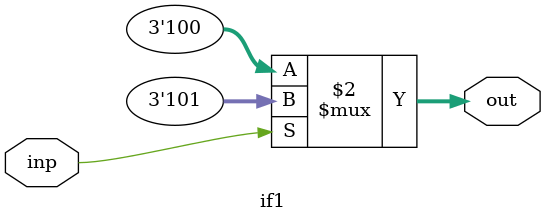
<source format=v>
module if1 (
  input        inp,
  output [2:0] out
);

assign out = inp == 1'd0 ? 3'd4 : 3'd5;

endmodule

</source>
